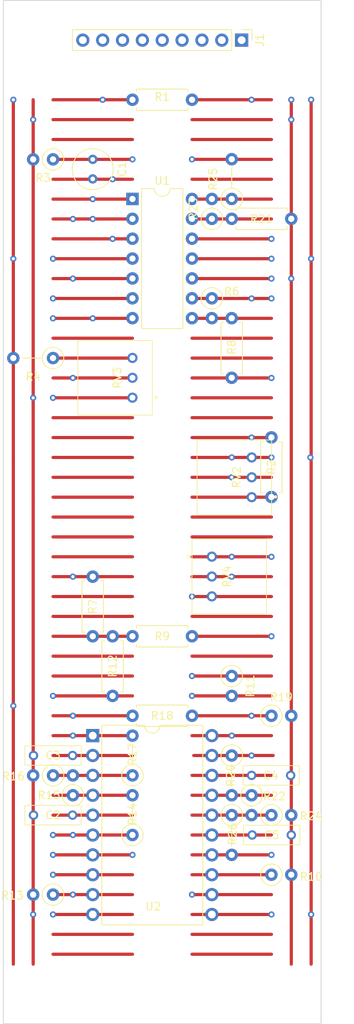
<source format=kicad_pcb>
(kicad_pcb (version 20211014) (generator pcbnew)
  (title_block (title "VCF-4P Prototype") (date "2022-03-27") (rev "1.0") (company "Len Popp") (comment 1 "Copyright © 2022 Len Popp CC BY") (comment 2 "4-pole lowpass VCF for Eurorack prototyping module"))
  (layers (0 "F.Cu" signal) (1 "In1.Cu" jumper "Wire1.Cu") (2 "In2.Cu" jumper "Wire2.Cu") (3 "In3.Cu" jumper "Wire3.Cu") (4 "In4.Cu" jumper "Wire4.Cu") (31 "B.Cu" signal) (34 "B.Paste" user) (35 "F.Paste" user) (36 "B.SilkS" user "B.Silkscreen") (37 "F.SilkS" user "F.Silkscreen") (38 "B.Mask" user) (39 "F.Mask" user) (44 "Edge.Cuts" user))
  (net 0 "")
  (net 1 "+12V")
  (net 2 "GND")
  (net 3 "-12V")
  (net 4 "Net-(C1-Pad2)")
  (net 5 "BUS-GATE")
  (net 6 "BUS-CV")
  (net 8 "IN-OUT-1")
  (net 9 "IN-OUT-2")
  (net 10 "Net-(C2-Pad1)")
  (net 11 "Net-(C3-Pad1)")
  (net 12 "Net-(C4-Pad1)")
  (net 13 "Net-(C5-Pad1)")
  (net 15 "Net-(R1-Pad2)")
  (net 16 "Net-(R2-Pad1)")
  (net 17 "Net-(R4-Pad1)")
  (net 18 "Net-(RV3-Pad2)")
  (net 19 "Net-(R11-Pad1)")
  (net 20 "Net-(R6-Pad2)")
  (net 21 "Net-(R7-Pad1)")
  (net 22 "Net-(R12-Pad1)")
  (net 23 "Net-(R8-Pad2)")
  (net 24 "Net-(R10-Pad1)")
  (net 25 "Net-(R11-Pad2)")
  (net 26 "Net-(R12-Pad2)")
  (net 27 "Net-(R14-Pad2)")
  (net 28 "Net-(R15-Pad2)")
  (net 29 "Net-(R17-Pad2)")
  (net 30 "Net-(R18-Pad2)")
  (net 31 "Net-(R20-Pad2)")
  (net 32 "Net-(R21-Pad1)")
  (net 33 "Net-(R22-Pad2)")
  (net 34 "Net-(R23-Pad2)")
  (net 35 "Net-(R26-Pad2)")
  (net 36 "Net-(RV4-Pad3)")
  (footprint "Connector_PinHeader_2.54mm:PinHeader_1x09_P2.54mm_Vertical" (layer "F.Cu") (at 113.03 43.18 -90)
    (fp_text reference "J1" (at 0 -2.33 90) (layer "F.SilkS"))
    (fp_text value "Conn_01x09")
    (fp_line (start -1.33 21.65) (end 1.33 21.65) (layer "F.SilkS") (width 0.12))
    (fp_line (start -1.33 1.27) (end -1.33 21.65) (layer "F.SilkS") (width 0.12))
    (fp_line (start 1.33 1.27) (end 1.33 21.65) (layer "F.SilkS") (width 0.12))
    (fp_line (start -1.33 -1.33) (end 0 -1.33) (layer "F.SilkS") (width 0.12))
    (fp_line (start -1.33 1.27) (end 1.33 1.27) (layer "F.SilkS") (width 0.12))
    (fp_line (start -1.33 0) (end -1.33 -1.33) (layer "F.SilkS") (width 0.12))
    (pad "1" thru_hole rect locked (at 0 0 270) (size 1.7 1.7) (drill 1) (layers *.Cu *.Mask) (net 3 "-12V"))
    (pad "2" thru_hole oval locked (at 0 2.54 270) (size 1.7 1.7) (drill 1) (layers *.Cu *.Mask) (net 2 "GND"))
    (pad "3" thru_hole oval locked (at 0 5.08 270) (size 1.7 1.7) (drill 1) (layers *.Cu *.Mask) (net 9 "IN-OUT-2"))
    (pad "4" thru_hole oval locked (at 0 7.62 270) (size 1.7 1.7) (drill 1) (layers *.Cu *.Mask) (net 8 "IN-OUT-1"))
    (pad "5" thru_hole oval locked (at 0 10.16 270) (size 1.7 1.7) (drill 1) (layers *.Cu *.Mask) (net 1 "+12V"))
    (pad "6" thru_hole oval locked (at 0 12.7 270) (size 1.7 1.7) (drill 1) (layers *.Cu *.Mask))
    (pad "7" thru_hole oval locked (at 0 15.24 270) (size 1.7 1.7) (drill 1) (layers *.Cu *.Mask))
    (pad "8" thru_hole oval locked (at 0 17.78 270) (size 1.7 1.7) (drill 1) (layers *.Cu *.Mask) (net 6 "BUS-CV"))
    (pad "9" thru_hole oval locked (at 0 20.32 270) (size 1.7 1.7) (drill 1) (layers *.Cu *.Mask) (net 5 "BUS-GATE"))
  )
  (footprint "-lmp-misc:C_Rect_Kemet_L7.2mm_W2.5mm_P5mm" (layer "F.Cu") (at 91.4 134.62 180)
    (fp_text reference "C3" (at 2.5 0) (layer "F.SilkS"))
    (fp_text value "1N" hide)
    (fp_line (start 6.1 1.25) (end -1.1 1.25) (layer "F.SilkS") (width 0.1))
    (fp_line (start -1.1 1.25) (end -1.1 -1.25) (layer "F.SilkS") (width 0.1))
    (fp_line (start 6.1 -1.25) (end 6.1 1.25) (layer "F.SilkS") (width 0.1))
    (fp_line (start -1.1 -1.25) (end 6.1 -1.25) (layer "F.SilkS") (width 0.1))
    (pad "1" thru_hole circle locked (at 0 0 180) (size 1.2 1.2) (drill 0.7) (layers *.Cu *.Mask) (net 11 "Net-(C3-Pad1)"))
    (pad "2" thru_hole circle locked (at 5 0 180) (size 1.2 1.2) (drill 0.7) (layers *.Cu *.Mask) (net 2 "GND"))
  )
  (footprint "-lmp-stripboard:SB_Gen_2" (layer "F.Cu") (at 88.9 83.82 180)
    (fp_text reference "R4" (at 2.54 -2.37) (layer "F.SilkS"))
    (fp_text value "100K")
    (fp_line (start 1.37 0) (end 3.98 0) (layer "F.SilkS") (width 0.12))
    (fp_circle (center 0 0) (end 1.37 0) (layer "F.SilkS") (width 0.12) (fill none))
    (pad "1" thru_hole circle locked (at 0 0 180) (size 1.6 1.6) (drill 0.8) (layers *.Cu *.Mask) (net 17 "Net-(R4-Pad1)"))
    (pad "2" thru_hole oval locked (at 5.08 0 180) (size 1.6 1.6) (drill 0.8) (layers *.Cu *.Mask) (net 1 "+12V"))
  )
  (footprint "-lmp-stripboard:SB_Gen_1" (layer "F.Cu") (at 88.9 137.16 180)
    (fp_text reference "R16" (at 5.08 -0.127) (layer "F.SilkS"))
    (fp_text value "200R")
    (fp_line (start 1.37 0) (end 1.44 0) (layer "F.SilkS") (width 0.12))
    (fp_circle (center 0 0) (end 1.37 0) (layer "F.SilkS") (width 0.12) (fill none))
    (pad "1" thru_hole circle locked (at 0 0 180) (size 1.6 1.6) (drill 0.8) (layers *.Cu *.Mask) (net 28 "Net-(R15-Pad2)"))
    (pad "2" thru_hole oval locked (at 2.54 0 180) (size 1.6 1.6) (drill 0.8) (layers *.Cu *.Mask) (net 2 "GND"))
  )
  (footprint "-lmp-misc:R_Axial_DIN0207_L6.3mm_D2.5mm_P7.62mm_Horizontal" (layer "F.Cu") (at 99.06 119.38)
    (fp_text reference "R9" (at 3.81 0) (layer "F.SilkS"))
    (fp_text value "16K")
    (fp_line (start 7.08 -1.37) (end 7.08 -1.04) (layer "F.SilkS") (width 0.12))
    (fp_line (start 0.54 -1.37) (end 7.08 -1.37) (layer "F.SilkS") (width 0.12))
    (fp_line (start 0.54 1.37) (end 7.08 1.37) (layer "F.SilkS") (width 0.12))
    (fp_line (start 0.54 -1.04) (end 0.54 -1.37) (layer "F.SilkS") (width 0.12))
    (fp_line (start 7.08 1.37) (end 7.08 1.04) (layer "F.SilkS") (width 0.12))
    (fp_line (start 0.54 1.04) (end 0.54 1.37) (layer "F.SilkS") (width 0.12))
    (pad "1" thru_hole circle locked (at 0 0) (size 1.6 1.6) (drill 0.8) (layers *.Cu *.Mask) (net 22 "Net-(R12-Pad1)"))
    (pad "2" thru_hole oval locked (at 7.62 0) (size 1.6 1.6) (drill 0.8) (layers *.Cu *.Mask) (net 24 "Net-(R10-Pad1)"))
  )
  (footprint "Package_DIP:DIP-14_W7.62mm" (layer "F.Cu") (at 99.06 63.48)
    (fp_text reference "U1" (at 3.81 -2.33) (layer "F.SilkS"))
    (fp_text value "TL074")
    (fp_line (start 1.16 16.57) (end 6.46 16.57) (layer "F.SilkS") (width 0.12))
    (fp_line (start 1.16 -1.33) (end 1.16 16.57) (layer "F.SilkS") (width 0.12))
    (fp_line (start 2.81 -1.33) (end 1.16 -1.33) (layer "F.SilkS") (width 0.12))
    (fp_line (start 6.46 16.57) (end 6.46 -1.33) (layer "F.SilkS") (width 0.12))
    (fp_line (start 6.46 -1.33) (end 4.81 -1.33) (layer "F.SilkS") (width 0.12))
    (fp_arc (start 4.81 -1.33) (mid 3.81 -0.33) (end 2.81 -1.33) (layer "F.SilkS") (width 0.12))
    (pad "1" thru_hole rect (at 0 0) (size 1.6 1.6) (drill 0.8) (layers *.Cu *.Mask) (net 21 "Net-(R7-Pad1)"))
    (pad "2" thru_hole oval (at 0 2.54) (size 1.6 1.6) (drill 0.8) (layers *.Cu *.Mask) (net 21 "Net-(R7-Pad1)"))
    (pad "3" thru_hole oval (at 0 5.08) (size 1.6 1.6) (drill 0.8) (layers *.Cu *.Mask) (net 4 "Net-(C1-Pad2)"))
    (pad "4" thru_hole oval (at 0 7.62) (size 1.6 1.6) (drill 0.8) (layers *.Cu *.Mask) (net 1 "+12V"))
    (pad "5" thru_hole oval (at 0 10.16) (size 1.6 1.6) (drill 0.8) (layers *.Cu *.Mask) (net 18 "Net-(RV3-Pad2)"))
    (pad "6" thru_hole oval (at 0 12.7) (size 1.6 1.6) (drill 0.8) (layers *.Cu *.Mask) (net 19 "Net-(R11-Pad1)"))
    (pad "7" thru_hole oval (at 0 15.24) (size 1.6 1.6) (drill 0.8) (layers *.Cu *.Mask) (net 19 "Net-(R11-Pad1)"))
    (pad "8" thru_hole oval (at 7.62 15.24) (size 1.6 1.6) (drill 0.8) (layers *.Cu *.Mask) (net 20 "Net-(R6-Pad2)"))
    (pad "9" thru_hole oval (at 7.62 12.7) (size 1.6 1.6) (drill 0.8) (layers *.Cu *.Mask) (net 15 "Net-(R1-Pad2)"))
    (pad "10" thru_hole oval (at 7.62 10.16) (size 1.6 1.6) (drill 0.8) (layers *.Cu *.Mask) (net 2 "GND"))
    (pad "11" thru_hole oval (at 7.62 7.62) (size 1.6 1.6) (drill 0.8) (layers *.Cu *.Mask) (net 3 "-12V"))
    (pad "12" thru_hole oval (at 7.62 5.08) (size 1.6 1.6) (drill 0.8) (layers *.Cu *.Mask) (net 35 "Net-(R26-Pad2)"))
    (pad "13" thru_hole oval (at 7.62 2.54) (size 1.6 1.6) (drill 0.8) (layers *.Cu *.Mask) (net 32 "Net-(R21-Pad1)"))
    (pad "14" thru_hole oval (at 7.62 0) (size 1.6 1.6) (drill 0.8) (layers *.Cu *.Mask) (net 34 "Net-(R23-Pad2)"))
  )
  (footprint "-lmp-stripboard:SB_Gen_2" (layer "F.Cu") (at 111.76 63.48 90)
    (fp_text reference "R25" (at 2.54 -2.37 90) (layer "F.SilkS"))
    (fp_text value "1K")
    (fp_line (start 1.37 0) (end 3.98 0) (layer "F.SilkS") (width 0.12))
    (fp_circle (center 0 0) (end 1.37 0) (layer "F.SilkS") (width 0.12) (fill none))
    (pad "1" thru_hole circle locked (at 0 0 90) (size 1.6 1.6) (drill 0.8) (layers *.Cu *.Mask) (net 34 "Net-(R23-Pad2)"))
    (pad "2" thru_hole oval locked (at 5.08 0 90) (size 1.6 1.6) (drill 0.8) (layers *.Cu *.Mask) (net 9 "IN-OUT-2"))
  )
  (footprint "-lmp-misc:R_Axial_DIN0207_L6.3mm_D2.5mm_P7.62mm_Horizontal" (layer "F.Cu") (at 111.76 78.72 -90)
    (fp_text reference "R8" (at 3.703 0 90) (layer "F.SilkS"))
    (fp_text value "53K")
    (fp_line (start 7.08 -1.37) (end 7.08 -1.04) (layer "F.SilkS") (width 0.12))
    (fp_line (start 0.54 -1.37) (end 7.08 -1.37) (layer "F.SilkS") (width 0.12))
    (fp_line (start 0.54 1.04) (end 0.54 1.37) (layer "F.SilkS") (width 0.12))
    (fp_line (start 0.54 1.37) (end 7.08 1.37) (layer "F.SilkS") (width 0.12))
    (fp_line (start 7.08 1.37) (end 7.08 1.04) (layer "F.SilkS") (width 0.12))
    (fp_line (start 0.54 -1.04) (end 0.54 -1.37) (layer "F.SilkS") (width 0.12))
    (pad "1" thru_hole circle locked (at 0 0 270) (size 1.6 1.6) (drill 0.8) (layers *.Cu *.Mask) (net 20 "Net-(R6-Pad2)"))
    (pad "2" thru_hole oval locked (at 7.62 0 270) (size 1.6 1.6) (drill 0.8) (layers *.Cu *.Mask) (net 23 "Net-(R8-Pad2)"))
  )
  (footprint "-lmp-misc:R_Axial_DIN0207_L6.3mm_D2.5mm_P7.62mm_Horizontal" (layer "F.Cu") (at 116.84 101.58 90)
    (fp_text reference "R2" (at 3.81 0 90) (layer "F.SilkS"))
    (fp_text value "153K")
    (fp_line (start 0.54 -1.04) (end 0.54 -1.37) (layer "F.SilkS") (width 0.12))
    (fp_line (start 0.54 1.37) (end 7.08 1.37) (layer "F.SilkS") (width 0.12))
    (fp_line (start 0.54 -1.37) (end 7.08 -1.37) (layer "F.SilkS") (width 0.12))
    (fp_line (start 7.08 -1.37) (end 7.08 -1.04) (layer "F.SilkS") (width 0.12))
    (fp_line (start 7.08 1.37) (end 7.08 1.04) (layer "F.SilkS") (width 0.12))
    (fp_line (start 0.54 1.04) (end 0.54 1.37) (layer "F.SilkS") (width 0.12))
    (pad "1" thru_hole circle locked (at 0 0 90) (size 1.6 1.6) (drill 0.8) (layers *.Cu *.Mask) (net 16 "Net-(R2-Pad1)"))
    (pad "2" thru_hole oval locked (at 7.62 0 90) (size 1.6 1.6) (drill 0.8) (layers *.Cu *.Mask) (net 15 "Net-(R1-Pad2)"))
  )
  (footprint "-lmp-misc:Potentiometer_Bourns_3310R_Top" (layer "F.Cu") (at 97.135 86.34 -90)
    (fp_text reference "RV3" (at 0 0 90) (layer "F.SilkS"))
    (fp_text value "100K" hide)
    (fp_line (start -4.765 -4.465) (end 4.765 -4.465) (layer "F.SilkS") (width 0.1))
    (fp_line (start 4.765 5.065) (end -4.765 5.065) (layer "F.SilkS") (width 0.1))
    (fp_line (start 4.765 -4.465) (end 4.765 5.065) (layer "F.SilkS") (width 0.1))
    (fp_line (start 2.6 -4.965) (end 2.6 -4.965) (layer "F.SilkS") (width 0.2))
    (fp_line (start 2.4 -4.965) (end 2.4 -4.965) (layer "F.SilkS") (width 0.2))
    (fp_line (start -4.765 5.065) (end -4.765 -4.465) (layer "F.SilkS") (width 0.1))
    (fp_arc (start 2.6 -4.965) (mid 2.5 -4.865) (end 2.4 -4.965) (layer "F.SilkS") (width 0.2))
    (fp_arc (start 2.4 -4.965) (mid 2.5 -5.065) (end 2.6 -4.965) (layer "F.SilkS") (width 0.2))
    (pad "1" thru_hole circle (at 2.54 -1.925 270) (size 1.302857 1.302857) (drill 0.76) (layers *.Cu *.Mask) (net 2 "GND"))
    (pad "2" thru_hole circle (at 0 -1.925 270) (size 1.302857 1.302857) (drill 0.76) (layers *.Cu *.Mask) (net 18 "Net-(RV3-Pad2)"))
    (pad "3" thru_hole circle (at -2.54 -1.925 270) (size 1.302857 1.302857) (drill 0.76) (layers *.Cu *.Mask) (net 17 "Net-(R4-Pad1)"))
  )
  (footprint "-lmp-stripboard:SB_Gen_1" (layer "F.Cu") (at 109.22 66.02 90)
    (fp_text reference "R23" (at 1.27 -2.37 90) (layer "F.SilkS"))
    (fp_text value "120K")
    (fp_line (start 1.37 0) (end 1.44 0) (layer "F.SilkS") (width 0.12))
    (fp_circle (center 0 0) (end 1.37 0) (layer "F.SilkS") (width 0.12) (fill none))
    (pad "1" thru_hole circle locked (at 0 0 90) (size 1.6 1.6) (drill 0.8) (layers *.Cu *.Mask) (net 32 "Net-(R21-Pad1)"))
    (pad "2" thru_hole oval locked (at 2.54 0 90) (size 1.6 1.6) (drill 0.8) (layers *.Cu *.Mask) (net 34 "Net-(R23-Pad2)"))
  )
  (footprint "-lmp-stripboard:SB_Gen_1" (layer "F.Cu") (at 111.76 124.46 -90)
    (fp_text reference "R11" (at 1.27 -2.37 90) (layer "F.SilkS"))
    (fp_text value "20K")
    (fp_line (start 1.37 0) (end 1.44 0) (layer "F.SilkS") (width 0.12))
    (fp_circle (center 0 0) (end 1.37 0) (layer "F.SilkS") (width 0.12) (fill none))
    (pad "1" thru_hole circle locked (at 0 0 270) (size 1.6 1.6) (drill 0.8) (layers *.Cu *.Mask) (net 19 "Net-(R11-Pad1)"))
    (pad "2" thru_hole oval locked (at 2.54 0 270) (size 1.6 1.6) (drill 0.8) (layers *.Cu *.Mask) (net 25 "Net-(R11-Pad2)"))
  )
  (footprint "-lmp-stripboard:SB_Gen_1" (layer "F.Cu") (at 109.22 76.18 -90)
    (fp_text reference "R6" (at -0.869 -2.54 180) (layer "F.SilkS"))
    (fp_text value "100K")
    (fp_line (start 1.37 0) (end 1.44 0) (layer "F.SilkS") (width 0.12))
    (fp_circle (center 0 0) (end 1.37 0) (layer "F.SilkS") (width 0.12) (fill none))
    (pad "1" thru_hole circle locked (at 0 0 270) (size 1.6 1.6) (drill 0.8) (layers *.Cu *.Mask) (net 15 "Net-(R1-Pad2)"))
    (pad "2" thru_hole oval locked (at 2.54 0 270) (size 1.6 1.6) (drill 0.8) (layers *.Cu *.Mask) (net 20 "Net-(R6-Pad2)"))
  )
  (footprint "-lmp-misc:C_Rect_Kemet_L7.2mm_W2.5mm_P5mm" (layer "F.Cu") (at 114.3 137.16)
    (fp_text reference "C4" (at 2.5 0) (layer "F.SilkS"))
    (fp_text value "1N" hide)
    (fp_line (start 6.1 -1.25) (end 6.1 1.25) (layer "F.SilkS") (width 0.1))
    (fp_line (start -1.1 1.25) (end -1.1 -1.25) (layer "F.SilkS") (width 0.1))
    (fp_line (start -1.1 -1.25) (end 6.1 -1.25) (layer "F.SilkS") (width 0.1))
    (fp_line (start 6.1 1.25) (end -1.1 1.25) (layer "F.SilkS") (width 0.1))
    (pad "1" thru_hole circle locked (at 0 0) (size 1.2 1.2) (drill 0.7) (layers *.Cu *.Mask) (net 12 "Net-(C4-Pad1)"))
    (pad "2" thru_hole circle locked (at 5 0) (size 1.2 1.2) (drill 0.7) (layers *.Cu *.Mask) (net 2 "GND"))
  )
  (footprint "-lmp-stripboard:SB_Gen_1" (layer "F.Cu") (at 114.3 139.7 -90)
    (fp_text reference "R22" (at 0.127 -2.921 180) (layer "F.SilkS"))
    (fp_text value "10K")
    (fp_line (start 1.37 0) (end 1.44 0) (layer "F.SilkS") (width 0.12))
    (fp_circle (center 0 0) (end 1.37 0) (layer "F.SilkS") (width 0.12) (fill none))
    (pad "1" thru_hole circle locked (at 0 0 270) (size 1.6 1.6) (drill 0.8) (layers *.Cu *.Mask) (net 31 "Net-(R20-Pad2)"))
    (pad "2" thru_hole oval locked (at 2.54 0 270) (size 1.6 1.6) (drill 0.8) (layers *.Cu *.Mask) (net 33 "Net-(R22-Pad2)"))
  )
  (footprint "-lmp-stripboard:SB_Gen_1" (layer "F.Cu") (at 91.44 139.7 90)
    (fp_text reference "R15" (at 0 -3.048 180) (layer "F.SilkS"))
    (fp_text value "10K")
    (fp_line (start 1.37 0) (end 1.44 0) (layer "F.SilkS") (width 0.12))
    (fp_circle (center 0 0) (end 1.37 0) (layer "F.SilkS") (width 0.12) (fill none))
    (pad "1" thru_hole circle locked (at 0 0 90) (size 1.6 1.6) (drill 0.8) (layers *.Cu *.Mask) (net 27 "Net-(R14-Pad2)"))
    (pad "2" thru_hole oval locked (at 2.54 0 90) (size 1.6 1.6) (drill 0.8) (layers *.Cu *.Mask) (net 28 "Net-(R15-Pad2)"))
  )
  (footprint "-lmp-breakout:Breakout_DIP-20_W15.24mm" (layer "F.Cu") (at 93.98 132.08)
    (fp_text reference "U2" (at 7.747 21.844) (layer "F.SilkS"))
    (fp_text value "SSI2140")
    (fp_line (start 1.16 -1.33) (end 1.16 24.19) (layer "F.SilkS") (width 0.12))
    (fp_line (start 6.62 -1.33) (end 1.16 -1.33) (layer "F.SilkS") (width 0.12))
    (fp_line (start 14.08 -1.33) (end 8.62 -1.33) (layer "F.SilkS") (width 0.12))
    (fp_line (start 14.08 24.19) (end 14.08 -1.33) (layer "F.SilkS") (width 0.12))
    (fp_line (start 1.16 24.19) (end 14.08 24.19) (layer "F.SilkS") (width 0.12))
    (fp_arc (start 8.62 -1.33) (mid 7.62 -0.33) (end 6.62 -1.33) (layer "F.SilkS") (width 0.12))
    (pad "1" thru_hole rect (at 0 0) (size 1.7 1.7) (drill 1) (layers *.Cu *.Mask) (net 29 "Net-(R17-Pad2)"))
    (pad "2" thru_hole circle (at 0 2.54) (size 1.7 1.7) (drill 1) (layers *.Cu *.Mask) (net 11 "Net-(C3-Pad1)"))
    (pad "3" thru_hole circle (at 0 5.08) (size 1.7 1.7) (drill 1) (layers *.Cu *.Mask) (net 28 "Net-(R15-Pad2)"))
    (pad "4" thru_hole circle (at 0 7.62) (size 1.7 1.7) (drill 1) (layers *.Cu *.Mask) (net 27 "Net-(R14-Pad2)"))
    (pad "5" thru_hole circle (at 0 10.16) (size 1.7 1.7) (drill 1) (layers *.Cu *.Mask) (net 10 "Net-(C2-Pad1)"))
    (pad "6" thru_hole circle (at 0 12.7) (size 1.7 1.7) (drill 1) (layers *.Cu *.Mask) (net 26 "Net-(R12-Pad2)"))
    (pad "7" thru_hole circle (at 0 15.24) (size 1.7 1.7) (drill 1) (layers *.Cu *.Mask) (net 36 "Net-(RV4-Pad3)"))
    (pad "8" thru_hole circle (at 0 17.78) (size 1.7 1.7) (drill 1) (layers *.Cu *.Mask) (net 36 "Net-(RV4-Pad3)"))
    (pad "9" thru_hole circle (at 0 20.32) (size 1.7 1.7) (drill 1) (layers *.Cu *.Mask) (net 26 "Net-(R12-Pad2)"))
    (pad "10" thru_hole circle (at 0 22.86) (size 1.7 1.7) (drill 1) (layers *.Cu *.Mask) (net 2 "GND"))
    (pad "11" thru_hole circle (at 15.24 22.86) (size 1.7 1.7) (drill 1) (layers *.Cu *.Mask) (net 3 "-12V"))
    (pad "12" thru_hole circle (at 15.24 20.32) (size 1.7 1.7) (drill 1) (layers *.Cu *.Mask) (net 25 "Net-(R11-Pad2)"))
    (pad "13" thru_hole circle (at 15.24 17.78) (size 1.7 1.7) (drill 1) (layers *.Cu *.Mask) (net 24 "Net-(R10-Pad1)"))
    (pad "14" thru_hole circle (at 15.24 15.24) (size 1.7 1.7) (drill 1) (layers *.Cu *.Mask) (net 35 "Net-(R26-Pad2)"))
    (pad "15" thru_hole circle (at 15.24 12.7) (size 1.7 1.7) (drill 1) (layers *.Cu *.Mask) (net 13 "Net-(C5-Pad1)"))
    (pad "16" thru_hole circle (at 15.24 10.16) (size 1.7 1.7) (drill 1) (layers *.Cu *.Mask) (net 33 "Net-(R22-Pad2)"))
    (pad "17" thru_hole circle (at 15.24 7.62) (size 1.7 1.7) (drill 1) (layers *.Cu *.Mask) (net 31 "Net-(R20-Pad2)"))
    (pad "18" thru_hole circle (at 15.24 5.08) (size 1.7 1.7) (drill 1) (layers *.Cu *.Mask) (net 12 "Net-(C4-Pad1)"))
    (pad "19" thru_hole circle (at 15.24 2.54) (size 1.7 1.7) (drill 1) (layers *.Cu *.Mask) (net 30 "Net-(R18-Pad2)"))
    (pad "20" thru_hole circle (at 15.24 0) (size 1.7 1.7) (drill 1) (layers *.Cu *.Mask) (net 1 "+12V"))
  )
  (footprint "-lmp-misc:Potentiometer_Bourns_3310R_Top" (layer "F.Cu") (at 111.145 111.74 90)
    (fp_text reference "RV4" (at 0 0 90) (layer "F.SilkS"))
    (fp_text value "5K" hide)
    (fp_line (start -4.765 -4.465) (end 4.765 -4.465) (layer "F.SilkS") (width 0.1))
    (fp_line (start 4.765 5.065) (end -4.765 5.065) (layer "F.SilkS") (width 0.1))
    (fp_line (start 2.4 -4.965) (end 2.4 -4.965) (layer "F.SilkS") (width 0.2))
    (fp_line (start -4.765 5.065) (end -4.765 -4.465) (layer "F.SilkS") (width 0.1))
    (fp_line (start 2.6 -4.965) (end 2.6 -4.965) (layer "F.SilkS") (width 0.2))
    (fp_line (start 4.765 -4.465) (end 4.765 5.065) (layer "F.SilkS") (width 0.1))
    (fp_arc (start 2.4 -4.965) (mid 2.5 -5.065) (end 2.6 -4.965) (layer "F.SilkS") (width 0.2))
    (fp_arc (start 2.6 -4.965) (mid 2.5 -4.865) (end 2.4 -4.965) (layer "F.SilkS") (width 0.2))
    (pad "1" thru_hole circle (at 2.54 -1.925 90) (size 1.302857 1.302857) (drill 0.76) (layers *.Cu *.Mask) (net 23 "Net-(R8-Pad2)"))
    (pad "2" thru_hole circle (at 0 -1.925 90) (size 1.302857 1.302857) (drill 0.76) (layers *.Cu *.Mask) (net 23 "Net-(R8-Pad2)"))
    (pad "3" thru_hole circle (at -2.54 -1.925 90) (size 1.302857 1.302857) (drill 0.76) (layers *.Cu *.Mask) (net 36 "Net-(RV4-Pad3)"))
  )
  (footprint "-lmp-stripboard:SB_Gen_1" (layer "F.Cu") (at 88.9 152.4 180)
    (fp_text reference "R13" (at 5.207 -0.127) (layer "F.SilkS"))
    (fp_text value "200R")
    (fp_line (start 1.37 0) (end 1.44 0) (layer "F.SilkS") (width 0.12))
    (fp_circle (center 0 0) (end 1.37 0) (layer "F.SilkS") (width 0.12) (fill none))
    (pad "1" thru_hole circle locked (at 0 0 180) (size 1.6 1.6) (drill 0.8) (layers *.Cu *.Mask) (net 26 "Net-(R12-Pad2)"))
    (pad "2" thru_hole oval locked (at 2.54 0 180) (size 1.6 1.6) (drill 0.8) (layers *.Cu *.Mask) (net 2 "GND"))
  )
  (footprint "-lmp-stripboard:SB_Gen_1" (layer "F.Cu") (at 116.84 142.24)
    (fp_text reference "R24" (at 5.08 0.127) (layer "F.SilkS"))
    (fp_text value "200R")
    (fp_line (start 1.37 0) (end 1.44 0) (layer "F.SilkS") (width 0.12))
    (fp_circle (center 0 0) (end 1.37 0) (layer "F.SilkS") (width 0.12) (fill none))
    (pad "1" thru_hole circle locked (at 0 0) (size 1.6 1.6) (drill 0.8) (layers *.Cu *.Mask) (net 33 "Net-(R22-Pad2)"))
    (pad "2" thru_hole oval locked (at 2.54 0) (size 1.6 1.6) (drill 0.8) (layers *.Cu *.Mask) (net 2 "GND"))
  )
  (footprint "-lmp-stripboard:SB_Gen_2" (layer "F.Cu") (at 111.76 134.62 -90)
    (fp_text reference "R20" (at 2.54 0.127 90) (layer "F.SilkS"))
    (fp_text value "10K")
    (fp_line (start 1.37 0) (end 3.98 0) (layer "F.SilkS") (width 0.12))
    (fp_circle (center 0 0) (end 1.37 0) (layer "F.SilkS") (width 0.12) (fill none))
    (pad "1" thru_hole circle locked (at 0 0 270) (size 1.6 1.6) (drill 0.8) (layers *.Cu *.Mask) (net 30 "Net-(R18-Pad2)"))
    (pad "2" thru_hole oval locked (at 5.08 0 270) (size 1.6 1.6) (drill 0.8) (layers *.Cu *.Mask) (net 31 "Net-(R20-Pad2)"))
  )
  (footprint "-lmp-stripboard:SB_Gen_2" (layer "F.Cu") (at 99.06 137.16 90)
    (fp_text reference "R17" (at 2.675 0 90) (layer "F.SilkS"))
    (fp_text value "10K")
    (fp_line (start 1.37 0) (end 3.98 0) (layer "F.SilkS") (width 0.12))
    (fp_circle (center 0 0) (end 1.37 0) (layer "F.SilkS") (width 0.12) (fill none))
    (pad "1" thru_hole circle locked (at 0 0 90) (size 1.6 1.6) (drill 0.8) (layers *.Cu *.Mask) (net 28 "Net-(R15-Pad2)"))
    (pad "2" thru_hole oval locked (at 5.08 0 90) (size 1.6 1.6) (drill 0.8) (layers *.Cu *.Mask) (net 29 "Net-(R17-Pad2)"))
  )
  (footprint "-lmp-misc:C_Rect_Kemet_L7.2mm_W2.5mm_P5mm" (layer "F.Cu") (at 114.38 144.78)
    (fp_text reference "C5" (at 2.5 0) (layer "F.SilkS"))
    (fp_text value "1N" hide)
    (fp_line (start 6.1 -1.25) (end 6.1 1.25) (layer "F.SilkS") (width 0.1))
    (fp_line (start -1.1 1.25) (end -1.1 -1.25) (layer "F.SilkS") (width 0.1))
    (fp_line (start 6.1 1.25) (end -1.1 1.25) (layer "F.SilkS") (width 0.1))
    (fp_line (start -1.1 -1.25) (end 6.1 -1.25) (layer "F.SilkS") (width 0.1))
    (pad "1" thru_hole circle locked (at 0 0) (size 1.2 1.2) (drill 0.7) (layers *.Cu *.Mask) (net 13 "Net-(C5-Pad1)"))
    (pad "2" thru_hole circle locked (at 5 0) (size 1.2 1.2) (drill 0.7) (layers *.Cu *.Mask) (net 2 "GND"))
  )
  (footprint "-lmp-stripboard:SB_Gen_1" (layer "F.Cu") (at 116.84 149.86)
    (fp_text reference "R10" (at 5.08 0.254) (layer "F.SilkS"))
    (fp_text value "1K")
    (fp_line (start 1.37 0) (end 1.44 0) (layer "F.SilkS") (width 0.12))
    (fp_circle (center 0 0) (end 1.37 0) (layer "F.SilkS") (width 0.12) (fill none))
    (pad "1" thru_hole circle locked (at 0 0) (size 1.6 1.6) (drill 0.8) (layers *.Cu *.Mask) (net 24 "Net-(R10-Pad1)"))
    (pad "2" thru_hole oval locked (at 2.54 0) (size 1.6 1.6) (drill 0.8) (layers *.Cu *.Mask) (net 2 "GND"))
  )
  (footprint "-lmp-stripboard:SB_Gen_1" (layer "F.Cu") (at 116.84 129.54)
    (fp_text reference "R19" (at 1.27 -2.37) (layer "F.SilkS"))
    (fp_text value "200R")
    (fp_line (start 1.37 0) (end 1.44 0) (layer "F.SilkS") (width 0.12))
    (fp_circle (center 0 0) (end 1.37 0) (layer "F.SilkS") (width 0.12) (fill none))
    (pad "1" thru_hole circle locked (at 0 0) (size 1.6 1.6) (drill 0.8) (layers *.Cu *.Mask) (net 30 "Net-(R18-Pad2)"))
    (pad "2" thru_hole oval locked (at 2.54 0) (size 1.6 1.6) (drill 0.8) (layers *.Cu *.Mask) (net 2 "GND"))
  )
  (footprint "-lmp-stripboard:SB_Gen_2" (layer "F.Cu") (at 99.06 144.78 90)
    (fp_text reference "R14" (at 2.675 0 90) (layer "F.SilkS"))
    (fp_text value "10K")
    (fp_line (start 1.37 0) (end 3.98 0) (layer "F.SilkS") (width 0.12))
    (fp_circle (center 0 0) (end 1.37 0) (layer "F.SilkS") (width 0.12) (fill none))
    (pad "1" thru_hole circle locked (at 0 0 90) (size 1.6 1.6) (drill 0.8) (layers *.Cu *.Mask) (net 26 "Net-(R12-Pad2)"))
    (pad "2" thru_hole oval locked (at 5.08 0 90) (size 1.6 1.6) (drill 0.8) (layers *.Cu *.Mask) (net 27 "Net-(R14-Pad2)"))
  )
  (footprint "-lmp-misc:C_Rect_Kemet_L7.2mm_W2.5mm_P5mm" (layer "F.Cu") (at 91.4 142.24 180)
    (fp_text reference "C2" (at 2.5 0) (layer "F.SilkS"))
    (fp_text value "1N" hide)
    (fp_line (start -1.1 -1.25) (end 6.1 -1.25) (layer "F.SilkS") (width 0.1))
    (fp_line (start 6.1 -1.25) (end 6.1 1.25) (layer "F.SilkS") (width 0.1))
    (fp_line (start 6.1 1.25) (end -1.1 1.25) (layer "F.SilkS") (width 0.1))
    (fp_line (start -1.1 1.25) (end -1.1 -1.25) (layer "F.SilkS") (width 0.1))
    (pad "1" thru_hole circle locked (at 0 0 180) (size 1.2 1.2) (drill 0.7) (layers *.Cu *.Mask) (net 10 "Net-(C2-Pad1)"))
    (pad "2" thru_hole circle locked (at 5 0 180) (size 1.2 1.2) (drill 0.7) (layers *.Cu *.Mask) (net 2 "GND"))
  )
  (footprint "-lmp-misc:Potentiometer_Bourns_3310R_Top" (layer "F.Cu") (at 112.395 99.06 -90)
    (fp_text reference "RV2" (at 0 0 90) (layer "F.SilkS"))
    (fp_text value "5K" hide)
    (fp_line (start -4.765 -4.465) (end 4.765 -4.465) (layer "F.SilkS") (width 0.1))
    (fp_line (start 4.765 -4.465) (end 4.765 5.065) (layer "F.SilkS") (width 0.1))
    (fp_line (start 2.6 -4.965) (end 2.6 -4.965) (layer "F.SilkS") (width 0.2))
    (fp_line (start 2.4 -4.965) (end 2.4 -4.965) (layer "F.SilkS") (width 0.2))
    (fp_line (start -4.765 5.065) (end -4.765 -4.465) (layer "F.SilkS") (width 0.1))
    (fp_line (start 4.765 5.065) (end -4.765 5.065) (layer "F.SilkS") (width 0.1))
    (fp_arc (start 2.4 -4.965) (mid 2.5 -5.065) (end 2.6 -4.965) (layer "F.SilkS") (width 0.2))
    (fp_arc (start 2.6 -4.965) (mid 2.5 -4.865) (end 2.4 -4.965) (layer "F.SilkS") (width 0.2))
    (pad "1" thru_hole circle (at 2.54 -1.925 270) (size 1.302857 1.302857) (drill 0.76) (layers *.Cu *.Mask) (net 16 "Net-(R2-Pad1)"))
    (pad "2" thru_hole circle (at 0 -1.925 270) (size 1.302857 1.302857) (drill 0.76) (layers *.Cu *.Mask) (net 3 "-12V"))
    (pad "3" thru_hole circle (at -2.54 -1.925 270) (size 1.302857 1.302857) (drill 0.76) (layers *.Cu *.Mask) (net 3 "-12V"))
  )
  (footprint "-lmp-misc:R_Axial_DIN0207_L6.3mm_D2.5mm_P7.62mm_Horizontal" (layer "F.Cu") (at 96.52 119.38 -90)
    (fp_text reference "R12" (at 3.81 0 90) (layer "F.SilkS"))
    (fp_text value "10K")
    (fp_line (start 0.54 -1.37) (end 7.08 -1.37) (layer "F.SilkS") (width 0.12))
    (fp_line (start 0.54 1.37) (end 7.08 1.37) (layer "F.SilkS") (width 0.12))
    (fp_line (start 7.08 -1.37) (end 7.08 -1.04) (layer "F.SilkS") (width 0.12))
    (fp_line (start 7.08 1.37) (end 7.08 1.04) (layer "F.SilkS") (width 0.12))
    (fp_line (start 0.54 1.04) (end 0.54 1.37) (layer "F.SilkS") (width 0.12))
    (fp_line (start 0.54 -1.04) (end 0.54 -1.37) (layer "F.SilkS") (width 0.12))
    (pad "1" thru_hole circle locked (at 0 0 270) (size 1.6 1.6) (drill 0.8) (layers *.Cu *.Mask) (net 22 "Net-(R12-Pad1)"))
    (pad "2" thru_hole oval locked (at 7.62 0 270) (size 1.6 1.6) (drill 0.8) (layers *.Cu *.Mask) (net 26 "Net-(R12-Pad2)"))
  )
  (footprint "-lmp-misc:R_Axial_DIN0207_L6.3mm_D2.5mm_P7.62mm_Horizontal" (layer "F.Cu") (at 93.98 111.76 -90)
    (fp_text reference "R7" (at 3.81 0 90) (layer "F.SilkS"))
    (fp_text value "24K")
    (fp_line (start 0.54 -1.04) (end 0.54 -1.37) (layer "F.SilkS") (width 0.12))
    (fp_line (start 7.08 1.37) (end 7.08 1.04) (layer "F.SilkS") (width 0.12))
    (fp_line (start 7.08 -1.37) (end 7.08 -1.04) (layer "F.SilkS") (width 0.12))
    (fp_line (start 0.54 1.37) (end 7.08 1.37) (layer "F.SilkS") (width 0.12))
    (fp_line (start 0.54 1.04) (end 0.54 1.37) (layer "F.SilkS") (width 0.12))
    (fp_line (start 0.54 -1.37) (end 7.08 -1.37) (layer "F.SilkS") (width 0.12))
    (pad "1" thru_hole circle locked (at 0 0 270) (size 1.6 1.6) (drill 0.8) (layers *.Cu *.Mask) (net 21 "Net-(R7-Pad1)"))
    (pad "2" thru_hole oval locked (at 7.62 0 270) (size 1.6 1.6) (drill 0.8) (layers *.Cu *.Mask) (net 22 "Net-(R12-Pad1)"))
  )
  (footprint "-lmp-misc:R_Axial_DIN0207_L6.3mm_D2.5mm_P7.62mm_Horizontal" (layer "F.Cu") (at 111.76 66.02)
    (fp_text reference "R21" (at 3.81 0.02) (layer "F.SilkS"))
    (fp_text value "30K")
    (fp_line (start 0.54 1.04) (end 0.54 1.37) (layer "F.SilkS") (width 0.12))
    (fp_line (start 7.08 1.37) (end 7.08 1.04) (layer "F.SilkS") (width 0.12))
    (fp_line (start 0.54 -1.37) (end 7.08 -1.37) (layer "F.SilkS") (width 0.12))
    (fp_line (start 0.54 -1.04) (end 0.54 -1.37) (layer "F.SilkS") (width 0.12))
    (fp_line (start 0.54 1.37) (end 7.08 1.37) (layer "F.SilkS") (width 0.12))
    (fp_line (start 7.08 -1.37) (end 7.08 -1.04) (layer "F.SilkS") (width 0.12))
    (pad "1" thru_hole circle locked (at 0 0) (size 1.6 1.6) (drill 0.8) (layers *.Cu *.Mask) (net 32 "Net-(R21-Pad1)"))
    (pad "2" thru_hole oval locked (at 7.62 0) (size 1.6 1.6) (drill 0.8) (layers *.Cu *.Mask) (net 2 "GND"))
  )
  (footprint "-lmp-misc:C_Radial_D5.0mm_H5.0mm_P2.50mm" (layer "F.Cu") (at 93.98 58.42 -90)
    (fp_text reference "C1" (at 1.25 -3.75 90) (layer "F.SilkS"))
    (fp_text value "10U")
    (fp_circle (center 1.25 0) (end 3.87 0) (layer "F.SilkS") (width 0.12) (fill none))
    (pad "1" thru_hole circle locked (at 0 0 270) (size 1.2 1.2) (drill 0.6) (layers *.Cu *.Mask) (net 8 "IN-OUT-1"))
    (pad "2" thru_hole circle locked (at 2.5 0 270) (size 1.2 1.2) (drill 0.6) (layers *.Cu *.Mask) (net 4 "Net-(C1-Pad2)"))
  )
  (footprint "-lmp-stripboard:SB_Gen_2" (layer "F.Cu") (at 111.76 142.24 -90)
    (fp_text reference "R26" (at 2.413 -0.127 90) (layer "F.SilkS"))
    (fp_text value "10K")
    (fp_line (start 1.37 0) (end 3.98 0) (layer "F.SilkS") (width 0.12))
    (fp_circle (center 0 0) (end 1.37 0) (layer "F.SilkS") (width 0.12) (fill none))
    (pad "1" thru_hole circle locked (at 0 0 270) (size 1.6 1.6) (drill 0.8) (layers *.Cu *.Mask) (net 33 "Net-(R22-Pad2)"))
    (pad "2" thru_hole oval locked (at 5.08 0 270) (size 1.6 1.6) (drill 0.8) (layers *.Cu *.Mask) (net 35 "Net-(R26-Pad2)"))
  )
  (footprint "-lmp-misc:R_Axial_DIN0207_L6.3mm_D2.5mm_P7.62mm_Horizontal" (layer "F.Cu") (at 99.06 129.54)
    (fp_text reference "R18" (at 3.81 0) (layer "F.SilkS"))
    (fp_text value "10K")
    (fp_line (start 7.08 1.37) (end 7.08 1.04) (layer "F.SilkS") (width 0.12))
    (fp_line (start 0.54 -1.37) (end 7.08 -1.37) (layer "F.SilkS") (width 0.12))
    (fp_line (start 0.54 1.04) (end 0.54 1.37) (layer "F.SilkS") (width 0.12))
    (fp_line (start 0.54 -1.04) (end 0.54 -1.37) (layer "F.SilkS") (width 0.12))
    (fp_line (start 7.08 -1.37) (end 7.08 -1.04) (layer "F.SilkS") (width 0.12))
    (fp_line (start 0.54 1.37) (end 7.08 1.37) (layer "F.SilkS") (width 0.12))
    (pad "1" thru_hole circle locked (at 0 0) (size 1.6 1.6) (drill 0.8) (layers *.Cu *.Mask) (net 29 "Net-(R17-Pad2)"))
    (pad "2" thru_hole oval locked (at 7.62 0) (size 1.6 1.6) (drill 0.8) (layers *.Cu *.Mask) (net 30 "Net-(R18-Pad2)"))
  )
  (footprint "-lmp-misc:R_Axial_DIN0207_L6.3mm_D2.5mm_P7.62mm_Horizontal" (layer "F.Cu") (at 99.06 50.8)
    (fp_text reference "R1" (at 3.81 -0.361) (layer "F.SilkS"))
    (fp_text value "100K")
    (fp_line (start 0.54 1.04) (end 0.54 1.37) (layer "F.SilkS") (width 0.12))
    (fp_line (start 7.08 1.37) (end 7.08 1.04) (layer "F.SilkS") (width 0.12))
    (fp_line (start 0.54 -1.04) (end 0.54 -1.37) (layer "F.SilkS") (width 0.12))
    (fp_line (start 0.54 1.37) (end 7.08 1.37) (layer "F.SilkS") (width 0.12))
    (fp_line (start 0.54 -1.37) (end 7.08 -1.37) (layer "F.SilkS") (width 0.12))
    (fp_line (start 7.08 -1.37) (end 7.08 -1.04) (layer "F.SilkS") (width 0.12))
    (pad "1" thru_hole circle locked (at 0 0) (size 1.6 1.6) (drill 0.8) (layers *.Cu *.Mask) (net 6 "BUS-CV"))
    (pad "2" thru_hole oval locked (at 7.62 0) (size 1.6 1.6) (drill 0.8) (layers *.Cu *.Mask) (net 15 "Net-(R1-Pad2)"))
  )
  (footprint "-lmp-stripboard:SB_Gen_1" (layer "F.Cu") (at 88.9 58.42 180)
    (fp_text reference "R3" (at 1.27 -2.37) (layer "F.SilkS"))
    (fp_text value "1M")
    (fp_line (start 1.37 0) (end 1.44 0) (layer "F.SilkS") (width 0.12))
    (fp_circle (center 0 0) (end 1.37 0) (layer "F.SilkS") (width 0.12) (fill none))
    (pad "1" thru_hole circle locked (at 0 0 180) (size 1.6 1.6) (drill 0.8) (layers *.Cu *.Mask) (net 8 "IN-OUT-1"))
    (pad "2" thru_hole oval locked (at 2.54 0 180) (size 1.6 1.6) (drill 0.8) (layers *.Cu *.Mask) (net 2 "GND"))
  )
  (gr_line (start 123.19 168.91) (end 82.55 168.91) (layer "Edge.Cuts") (width 0.1))
  (gr_line (start 123.19 38.1) (end 123.19 168.91) (layer "Edge.Cuts") (width 0.1))
  (gr_line (start 82.55 168.91) (end 82.55 38.1) (layer "Edge.Cuts") (width 0.1))
  (gr_line (start 82.55 38.1) (end 123.19 38.1) (layer "Edge.Cuts") (width 0.1))
  (segment (start 99.06 104.14) (end 88.9 104.14) (width 0.4064) (layer "F.Cu") (net 0))
  (segment (start 116.84 104.14) (end 106.68 104.14) (width 0.4064) (layer "F.Cu") (net 0))
  (segment (start 99.06 81.28) (end 88.9 81.28) (width 0.4064) (layer "F.Cu") (net 0))
  (segment (start 99.06 53.34) (end 88.9 53.34) (width 0.4064) (layer "F.Cu") (net 0))
  (segment (start 99.06 93.98) (end 88.9 93.98) (width 0.4064) (layer "F.Cu") (net 0))
  (segment (start 99.06 114.3) (end 88.9 114.3) (width 0.4064) (layer "F.Cu") (net 0))
  (segment (start 99.06 96.52) (end 88.9 96.52) (width 0.4064) (layer "F.Cu") (net 0))
  (segment (start 99.06 116.84) (end 88.9 116.84) (width 0.4064) (layer "F.Cu") (net 0))
  (segment (start 99.06 109.22) (end 88.9 109.22) (width 0.4064) (layer "F.Cu") (net 0))
  (segment (start 116.84 91.44) (end 106.68 91.44) (width 0.4064) (layer "F.Cu") (net 0))
  (segment (start 99.06 99.06) (end 88.9 99.06) (width 0.4064) (layer "F.Cu") (net 0))
  (segment (start 99.06 101.6) (end 88.9 101.6) (width 0.4064) (layer "F.Cu") (net 0))
  (segment (start 99.06 55.88) (end 88.9 55.88) (width 0.4064) (layer "F.Cu") (net 0))
  (segment (start 116.84 106.68) (end 106.68 106.68) (width 0.4064) (layer "F.Cu") (net 0))
  (segment (start 99.06 106.68) (end 88.9 106.68) (width 0.4064) (layer "F.Cu") (net 0))
  (segment (start 99.06 91.44) (end 88.9 91.44) (width 0.4064) (layer "F.Cu") (net 0))
  (segment (start 116.84 53.34) (end 106.68 53.34) (width 0.4064) (layer "F.Cu") (net 0))
  (segment (start 116.84 60.96) (end 106.68 60.96) (width 0.4064) (layer "F.Cu") (net 0))
  (segment (start 116.84 55.88) (end 106.68 55.88) (width 0.4064) (layer "F.Cu") (net 0))
  (segment (start 116.84 83.82) (end 106.68 83.82) (width 0.4064) (layer "F.Cu") (net 0))
  (segment (start 116.84 116.84) (end 106.68 116.84) (width 0.4064) (layer "F.Cu") (net 0))
  (segment (start 116.84 81.28) (end 106.68 81.28) (width 0.4064) (layer "F.Cu") (net 0))
  (segment (start 116.84 88.9) (end 106.68 88.9) (width 0.4064) (layer "F.Cu") (net 0))
  (segment (start 99.06 121.92) (end 88.9 121.92) (width 0.4064) (layer "F.Cu") (net 0))
  (segment (start 99.06 124.46) (end 88.9 124.46) (width 0.4064) (layer "F.Cu") (net 0))
  (segment (start 99.06 157.48) (end 88.9 157.48) (width 0.4064) (layer "F.Cu") (net 0))
  (segment (start 99.06 160.02) (end 88.9 160.02) (width 0.4064) (layer "F.Cu") (net 0))
  (segment (start 116.84 160.02) (end 106.68 160.02) (width 0.4064) (layer "F.Cu") (net 0))
  (segment (start 116.84 157.48) (end 106.68 157.48) (width 0.4064) (layer "F.Cu") (net 0))
  (segment (start 116.84 121.92) (end 106.68 121.92) (width 0.4064) (layer "F.Cu") (net 0))
  (segment (start 99.06 71.12) (end 88.9 71.12) (width 0.4064) (layer "F.Cu") (net 1))
  (segment (start 116.84 132.08) (end 114.3 132.08) (width 0.4064) (layer "F.Cu") (net 1))
  (segment (start 83.82 83.82) (end 83.82 96.52) (width 0.4064) (layer "F.Cu") (net 1))
  (segment (start 83.82 128.27) (end 83.82 161.29) (width 0.4064) (layer "F.Cu") (net 1))
  (segment (start 83.82 96.52) (end 83.82 128.27) (width 0.4064) (layer "F.Cu") (net 1))
  (segment (start 83.82 71.12) (end 83.82 83.82) (width 0.4064) (layer "F.Cu") (net 1))
  (segment (start 114.3 132.08) (end 106.68 132.08) (width 0.4064) (layer "F.Cu") (net 1))
  (segment (start 83.82 50.8) (end 83.82 71.12) (width 0.4064) (layer "F.Cu") (net 1))
  (via (at 83.82 50.8) (size 0.8) (drill 0.4) (layers "F.Cu" "B.Cu") (net 1))
  (via (at 83.82 128.27) (size 0.8) (drill 0.4) (layers "F.Cu" "B.Cu") (net 1))
  (via (at 111.76 132.08) (size 0.8) (drill 0.4) (layers "F.Cu" "B.Cu") (net 1))
  (via (at 83.82 71.12) (size 0.8) (drill 0.4) (layers "F.Cu" "B.Cu") (net 1))
  (via (at 88.9 71.12) (size 0.8) (drill 0.4) (layers "F.Cu" "B.Cu") (net 1))
  (segment (start 99.06 88.9) (end 88.9 88.9) (width 0.4064) (layer "F.Cu") (net 2))
  (segment (start 116.84 73.66) (end 106.68 73.66) (width 0.4064) (layer "F.Cu") (net 2))
  (segment (start 86.36 88.9) (end 86.36 101.6) (width 0.4064) (layer "F.Cu") (net 2))
  (segment (start 119.38 53.34) (end 119.38 73.66) (width 0.4064) (layer "F.Cu") (net 2))
  (segment (start 86.36 154.94) (end 86.36 161.29) (width 0.4064) (layer "F.Cu") (net 2))
  (segment (start 119.38 50.76) (end 119.38 50.8) (width 0.4064) (layer "F.Cu") (net 2))
  (segment (start 99.06 154.94) (end 88.9 154.94) (width 0.4064) (layer "F.Cu") (net 2))
  (segment (start 86.36 101.6) (end 86.36 154.94) (width 0.4064) (layer "F.Cu") (net 2))
  (segment (start 86.36 73.66) (end 86.36 88.9) (width 0.4064) (layer "F.Cu") (net 2))
  (segment (start 119.38 73.66) (end 119.38 161.29) (width 0.4064) (layer "F.Cu") (net 2))
  (segment (start 119.38 50.8) (end 119.38 53.34) (width 0.4064) (layer "F.Cu") (net 2))
  (segment (start 86.36 50.8) (end 86.36 73.66) (width 0.4064) (layer "F.Cu") (net 2))
  (via (at 86.36 88.9) (size 0.8) (drill 0.4) (layers "F.Cu" "B.Cu") (net 2))
  (via (at 116.84 73.66) (size 0.8) (drill 0.4) (layers "F.Cu" "B.Cu") (net 2))
  (via (at 119.38 53.34) (size 0.8) (drill 0.4) (layers "F.Cu" "B.Cu") (net 2))
  (via (at 119.38 73.66) (size 0.8) (drill 0.4) (layers "F.Cu" "B.Cu") (net 2))
  (via (at 88.9 154.94) (size 0.8) (drill 0.4) (layers "F.Cu" "B.Cu") (net 2))
  (via (at 86.36 53.34) (size 0.8) (drill 0.4) (layers "F.Cu" "B.Cu") (net 2))
  (via (at 86.36 154.94) (size 0.8) (drill 0.4) (layers "F.Cu" "B.Cu") (net 2))
  (via (at 119.38 50.8) (size 0.8) (drill 0.4) (layers "F.Cu" "B.Cu") (net 2))
  (via (at 88.9 88.9) (size 0.8) (drill 0.4) (layers "F.Cu" "B.Cu") (net 2))
  (segment (start 116.84 99.06) (end 111.76 99.06) (width 0.4064) (layer "F.Cu") (net 3))
  (segment (start 116.84 96.52) (end 114.3 96.52) (width 0.4064) (layer "F.Cu") (net 3))
  (segment (start 114.3 71.12) (end 106.68 71.12) (width 0.4064) (layer "F.Cu") (net 3))
  (segment (start 116.84 154.94) (end 106.68 154.94) (width 0.4064) (layer "F.Cu") (net 3))
  (segment (start 121.92 50.8) (end 121.92 71.12) (width 0.4064) (layer "F.Cu") (net 3))
  (segment (start 111.76 99.06) (end 106.68 99.06) (width 0.4064) (layer "F.Cu") (net 3))
  (segment (start 116.84 71.12) (end 114.3 71.12) (width 0.4064) (layer "F.Cu") (net 3))
  (segment (start 111.76 96.52) (end 106.68 96.52) (width 0.4064) (layer "F.Cu") (net 3))
  (segment (start 121.92 71.12) (end 121.92 154.94) (width 0.4064) (layer "F.Cu") (net 3))
  (segment (start 121.92 154.94) (end 121.92 161.29) (width 0.4064) (layer "F.Cu") (net 3))
  (segment (start 114.3 96.52) (end 111.76 96.52) (width 0.4064) (layer "F.Cu") (net 3))
  (via (at 116.84 154.94) (size 0.8) (drill 0.4) (layers "F.Cu" "B.Cu") (net 3))
  (via (at 111.76 99.06) (size 0.8) (drill 0.4) (layers "F.Cu" "B.Cu") (net 3))
  (via (at 121.92 71.12) (size 0.8) (drill 0.4) (layers "F.Cu" "B.Cu") (net 3))
  (via (at 121.92 154.94) (size 0.8) (drill 0.4) (layers "F.Cu" "B.Cu") (net 3))
  (via (at 121.92 50.8) (size 0.8) (drill 0.4) (layers "F.Cu" "B.Cu") (net 3))
  (via (at 116.84 71.12) (size 0.8) (drill 0.4) (layers "F.Cu" "B.Cu") (net 3))
  (via (at 116.84 96.52) (size 0.8) (drill 0.4) (layers "F.Cu" "B.Cu") (net 3))
  (via (at 121.8285 96.52) (size 0.8) (drill 0.4) (layers "F.Cu" "B.Cu") (net 3))
  (via (at 111.76 96.52) (size 0.8) (drill 0.4) (layers "F.Cu" "B.Cu") (net 3))
  (segment (start 99.06 60.96) (end 96.52 60.96) (width 0.4064) (layer "F.Cu") (net 4))
  (segment (start 93.98 68.58) (end 88.9 68.58) (width 0.4064) (layer "F.Cu") (net 4))
  (segment (start 96.52 60.96) (end 88.9 60.96) (width 0.4064) (layer "F.Cu") (net 4))
  (segment (start 99.06 68.58) (end 96.52 68.58) (width 0.4064) (layer "F.Cu") (net 4))
  (segment (start 96.52 68.58) (end 93.98 68.58) (width 0.4064) (layer "F.Cu") (net 4))
  (via (at 96.52 68.58) (size 0.8) (drill 0.4) (layers "F.Cu" "B.Cu") (net 4))
  (via (at 96.52 60.96) (size 0.8) (drill 0.4) (layers "F.Cu" "B.Cu") (net 4))
  (segment (start 95.25 50.8) (end 88.9 50.8) (width 0.4064) (layer "F.Cu") (net 6))
  (segment (start 99.06 50.8) (end 95.25 50.8) (width 0.4064) (layer "F.Cu") (net 6))
  (via (at 95.25 50.8) (size 0.8) (drill 0.4) (layers "F.Cu" "B.Cu") (net 6))
  (segment (start 99.06 58.42) (end 88.9 58.42) (width 0.4064) (layer "F.Cu") (net 8))
  (via (at 99.06 58.42) (size 0.8) (drill 0.4) (layers "F.Cu" "B.Cu") (net 8))
  (segment (start 116.84 58.42) (end 106.68 58.42) (width 0.4064) (layer "F.Cu") (net 9))
  (via (at 106.68 58.42) (size 0.8) (drill 0.4) (layers "F.Cu" "B.Cu") (net 9))
  (segment (start 99.06 142.24) (end 88.9 142.24) (width 0.4064) (layer "F.Cu") (net 10))
  (segment (start 99.06 134.62) (end 88.9 134.62) (width 0.4064) (layer "F.Cu") (net 11))
  (segment (start 116.84 137.16) (end 106.68 137.16) (width 0.4064) (layer "F.Cu") (net 12))
  (segment (start 116.84 144.78) (end 106.68 144.78) (width 0.4064) (layer "F.Cu") (net 13))
  (segment (start 116.84 76.2) (end 114.3 76.2) (width 0.4064) (layer "F.Cu") (net 15))
  (segment (start 116.84 93.98) (end 106.68 93.98) (width 0.4064) (layer "F.Cu") (net 15))
  (segment (start 114.3 76.2) (end 106.68 76.2) (width 0.4064) (layer "F.Cu") (net 15))
  (segment (start 114.3 50.8) (end 106.68 50.8) (width 0.4064) (layer "F.Cu") (net 15))
  (segment (start 116.84 50.8) (end 114.3 50.8) (width 0.4064) (layer "F.Cu") (net 15))
  (via (at 114.3 50.8) (size 0.8) (drill 0.4) (layers "F.Cu" "B.Cu") (net 15))
  (via (at 114.3 93.98) (size 0.8) (drill 0.4) (layers "F.Cu" "B.Cu") (net 15))
  (via (at 114.3 76.2) (size 0.8) (drill 0.4) (layers "F.Cu" "B.Cu") (net 15))
  (via (at 116.84 76.2) (size 0.8) (drill 0.4) (layers "F.Cu" "B.Cu") (net 15))
  (segment (start 116.84 101.6) (end 106.68 101.6) (width 0.4064) (layer "F.Cu") (net 16))
  (segment (start 99.06 83.82) (end 88.9 83.82) (width 0.4064) (layer "F.Cu") (net 17))
  (segment (start 99.06 73.66) (end 91.44 73.66) (width 0.4064) (layer "F.Cu") (net 18))
  (segment (start 99.06 86.36) (end 91.44 86.36) (width 0.4064) (layer "F.Cu") (net 18))
  (segment (start 91.44 73.66) (end 88.9 73.66) (width 0.4064) (layer "F.Cu") (net 18))
  (segment (start 91.44 86.36) (end 88.9 86.36) (width 0.4064) (layer "F.Cu") (net 18))
  (via (at 91.44 86.36) (size 0.8) (drill 0.4) (layers "F.Cu" "B.Cu") (net 18))
  (via (at 91.44 73.66) (size 0.8) (drill 0.4) (layers "F.Cu" "B.Cu") (net 18))
  (segment (start 99.06 76.2) (end 88.9 76.2) (width 0.4064) (layer "F.Cu") (net 19))
  (segment (start 93.98 78.74) (end 88.9 78.74) (width 0.4064) (layer "F.Cu") (net 19))
  (segment (start 116.84 124.46) (end 106.68 124.46) (width 0.4064) (layer "F.Cu") (net 19))
  (segment (start 99.06 78.74) (end 93.98 78.74) (width 0.4064) (layer "F.Cu") (net 19))
  (via (at 88.9 76.2) (size 0.8) (drill 0.4) (layers "F.Cu" "B.Cu") (net 19))
  (via (at 106.68 124.46) (size 0.8) (drill 0.4) (layers "F.Cu" "B.Cu") (net 19))
  (via (at 88.9 78.74) (size 0.8) (drill 0.4) (layers "F.Cu" "B.Cu") (net 19))
  (via (at 93.98 78.74) (size 0.8) (drill 0.4) (layers "F.Cu" "B.Cu") (net 19))
  (segment (start 116.84 78.74) (end 106.68 78.74) (width 0.4064) (layer "F.Cu") (net 20))
  (segment (start 99.06 66.04) (end 93.98 66.04) (width 0.4064) (layer "F.Cu") (net 21))
  (segment (start 93.98 66.04) (end 88.9 66.04) (width 0.4064) (layer "F.Cu") (net 21))
  (segment (start 91.44 111.76) (end 88.9 111.76) (width 0.4064) (layer "F.Cu") (net 21))
  (segment (start 93.98 63.5) (end 88.9 63.5) (width 0.4064) (layer "F.Cu") (net 21))
  (segment (start 99.06 63.5) (end 93.98 63.5) (width 0.4064) (layer "F.Cu") (net 21))
  (segment (start 99.06 111.76) (end 91.44 111.76) (width 0.4064) (layer "F.Cu") (net 21))
  (via (at 93.98 66.04) (size 0.8) (drill 0.4) (layers "F.Cu" "B.Cu") (net 21))
  (via (at 91.44 111.76) (size 0.8) (drill 0.4) (layers "F.Cu" "B.Cu") (net 21))
  (via (at 93.98 63.5) (size 0.8) (drill 0.4) (layers "F.Cu" "B.Cu") (net 21))
  (via (at 91.44 66.04) (size 0.8) (drill 0.4) (layers "F.Cu" "B.Cu") (net 21))
  (segment (start 99.06 119.38) (end 88.9 119.38) (width 0.4064) (layer "F.Cu") (net 22))
  (segment (start 116.84 111.76) (end 111.76 111.76) (width 0.4064) (layer "F.Cu") (net 23))
  (segment (start 116.84 86.36) (end 106.68 86.36) (width 0.4064) (layer "F.Cu") (net 23))
  (segment (start 116.84 109.22) (end 111.76 109.22) (width 0.4064) (layer "F.Cu") (net 23))
  (segment (start 111.76 109.22) (end 106.68 109.22) (width 0.4064) (layer "F.Cu") (net 23))
  (segment (start 111.76 111.76) (end 106.68 111.76) (width 0.4064) (layer "F.Cu") (net 23))
  (via (at 116.84 109.22) (size 0.8) (drill 0.4) (layers "F.Cu" "B.Cu") (net 23))
  (via (at 111.76 111.76) (size 0.8) (drill 0.4) (layers "F.Cu" "B.Cu") (net 23))
  (via (at 116.84 86.36) (size 0.8) (drill 0.4) (layers "F.Cu" "B.Cu") (net 23))
  (via (at 111.76 109.22) (size 0.8) (drill 0.4) (layers "F.Cu" "B.Cu") (net 23))
  (segment (start 116.84 119.38) (end 106.68 119.38) (width 0.4064) (layer "F.Cu") (net 24))
  (segment (start 116.84 149.86) (end 106.68 149.86) (width 0.4064) (layer "F.Cu") (net 24))
  (via (at 116.84 119.38) (size 0.8) (drill 0.4) (layers "F.Cu" "B.Cu") (net 24))
  (segment (start 116.84 127) (end 106.68 127) (width 0.4064) (layer "F.Cu") (net 25))
  (segment (start 116.84 152.4) (end 106.68 152.4) (width 0.4064) (layer "F.Cu") (net 25))
  (via (at 106.68 127) (size 0.8) (drill 0.4) (layers "F.Cu" "B.Cu") (net 25))
  (via (at 106.68 152.4) (size 0.8) (drill 0.4) (layers "F.Cu" "B.Cu") (net 25))
  (segment (start 91.44 144.78) (end 88.9 144.78) (width 0.4064) (layer "F.Cu") (net 26))
  (segment (start 99.06 127) (end 88.9 127) (width 0.4064) (layer "F.Cu") (net 26))
  (segment (start 99.06 152.4) (end 91.44 152.4) (width 0.4064) (layer "F.Cu") (net 26))
  (segment (start 91.44 152.4) (end 88.9 152.4) (width 0.4064) (layer "F.Cu") (net 26))
  (segment (start 99.06 144.78) (end 91.44 144.78) (width 0.4064) (layer "F.Cu") (net 26))
  (via (at 91.44 144.78) (size 0.8) (drill 0.4) (layers "F.Cu" "B.Cu") (net 26))
  (via (at 88.9 127) (size 0.8) (drill 0.4) (layers "F.Cu" "B.Cu") (net 26))
  (via (at 88.9 144.78) (size 0.8) (drill 0.4) (layers "F.Cu" "B.Cu") (net 26))
  (via (at 91.44 152.4) (size 0.8) (drill 0.4) (layers "F.Cu" "B.Cu") (net 26))
  (segment (start 99.06 139.7) (end 88.9 139.7) (width 0.4064) (layer "F.Cu") (net 27))
  (segment (start 99.06 137.16) (end 88.9 137.16) (width 0.4064) (layer "F.Cu") (net 28))
  (segment (start 91.44 132.08) (end 88.9 132.08) (width 0.4064) (layer "F.Cu") (net 29))
  (segment (start 99.06 132.08) (end 91.44 132.08) (width 0.4064) (layer "F.Cu") (net 29))
  (segment (start 91.44 129.54) (end 88.9 129.54) (width 0.4064) (layer "F.Cu") (net 29))
  (segment (start 99.06 129.54) (end 91.44 129.54) (width 0.4064) (layer "F.Cu") (net 29))
  (via (at 91.44 129.54) (size 0.8) (drill 0.4) (layers "F.Cu" "B.Cu") (net 29))
  (via (at 91.44 132.08) (size 0.8) (drill 0.4) (layers "F.Cu" "B.Cu") (net 29))
  (segment (start 114.3 129.54) (end 106.68 129.54) (width 0.4064) (layer "F.Cu") (net 30))
  (segment (start 114.3 134.62) (end 106.905 134.62) (width 0.4064) (layer "F.Cu") (net 30))
  (segment (start 117.065 134.62) (end 114.3 134.62) (width 0.4064) (layer "F.Cu") (net 30))
  (segment (start 116.84 129.54) (end 114.3 129.54) (width 0.4064) (layer "F.Cu") (net 30))
  (via (at 114.3 134.62) (size 0.8) (drill 0.4) (layers "F.Cu" "B.Cu") (net 30))
  (via (at 114.3 129.54) (size 0.8) (drill 0.4) (layers "F.Cu" "B.Cu") (net 30))
  (segment (start 116.84 139.7) (end 106.68 139.7) (width 0.4064) (layer "F.Cu") (net 31))
  (segment (start 116.84 66.04) (end 106.68 66.04) (width 0.4064) (layer "F.Cu") (net 32))
  (segment (start 116.84 142.24) (end 106.68 142.24) (width 0.4064) (layer "F.Cu") (net 33))
  (segment (start 116.84 63.5) (end 106.68 63.5) (width 0.4064) (layer "F.Cu") (net 34))
  (segment (start 116.84 68.58) (end 106.68 68.58) (width 0.4064) (layer "F.Cu") (net 35))
  (segment (start 116.84 147.32) (end 106.68 147.32) (width 0.4064) (layer "F.Cu") (net 35))
  (via (at 116.84 68.58) (size 0.8) (drill 0.4) (layers "F.Cu" "B.Cu") (net 35))
  (via (at 116.84 147.32) (size 0.8) (drill 0.4) (layers "F.Cu" "B.Cu") (net 35))
  (segment (start 116.84 114.3) (end 106.68 114.3) (width 0.4064) (layer "F.Cu") (net 36))
  (segment (start 99.06 149.86) (end 88.9 149.86) (width 0.4064) (layer "F.Cu") (net 36))
  (segment (start 99.06 147.32) (end 88.9 147.32) (width 0.4064) (layer "F.Cu") (net 36))
  (via (at 106.68 114.3) (size 0.8) (drill 0.4) (layers "F.Cu" "B.Cu") (net 36))
  (via (at 88.9 149.86) (size 0.8) (drill 0.4) (layers "F.Cu" "B.Cu") (net 36))
  (via (at 99.06 147.32) (size 0.8) (drill 0.4) (layers "F.Cu" "B.Cu") (net 36))
  (via (at 88.9 147.32) (size 0.8) (drill 0.4) (layers "F.Cu" "B.Cu") (net 36))
)
</source>
